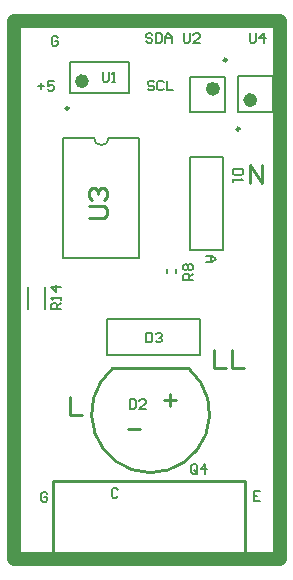
<source format=gto>
%FSLAX25Y25*%
%MOIN*%
G70*
G01*
G75*
%ADD10R,0.06890X0.10433*%
%ADD11R,0.08504X0.08898*%
%ADD12R,0.06693X0.02953*%
%ADD13R,0.08268X0.03937*%
%ADD14O,0.08268X0.03937*%
%ADD15O,0.02362X0.07087*%
%ADD16O,0.02362X0.08268*%
%ADD17R,0.03543X0.02756*%
%ADD18C,0.01000*%
%ADD19C,0.05000*%
%ADD20C,0.07000*%
%ADD21C,0.02000*%
%ADD22R,0.29000X0.24000*%
%ADD23R,0.30500X0.24000*%
%ADD24C,0.04724*%
G04:AMPARAMS|DCode=25|XSize=137.8mil|YSize=236.22mil|CornerRadius=34.45mil|HoleSize=0mil|Usage=FLASHONLY|Rotation=0.000|XOffset=0mil|YOffset=0mil|HoleType=Round|Shape=RoundedRectangle|*
%AMROUNDEDRECTD25*
21,1,0.13780,0.16732,0,0,0.0*
21,1,0.06890,0.23622,0,0,0.0*
1,1,0.06890,0.03445,-0.08366*
1,1,0.06890,-0.03445,-0.08366*
1,1,0.06890,-0.03445,0.08366*
1,1,0.06890,0.03445,0.08366*
%
%ADD25ROUNDEDRECTD25*%
G04:AMPARAMS|DCode=26|XSize=177.16mil|YSize=236.22mil|CornerRadius=44.29mil|HoleSize=0mil|Usage=FLASHONLY|Rotation=0.000|XOffset=0mil|YOffset=0mil|HoleType=Round|Shape=RoundedRectangle|*
%AMROUNDEDRECTD26*
21,1,0.17716,0.14764,0,0,0.0*
21,1,0.08858,0.23622,0,0,0.0*
1,1,0.08858,0.04429,-0.07382*
1,1,0.08858,-0.04429,-0.07382*
1,1,0.08858,-0.04429,0.07382*
1,1,0.08858,0.04429,0.07382*
%
%ADD26ROUNDEDRECTD26*%
G04:AMPARAMS|DCode=27|XSize=374.02mil|YSize=157.48mil|CornerRadius=39.37mil|HoleSize=0mil|Usage=FLASHONLY|Rotation=90.000|XOffset=0mil|YOffset=0mil|HoleType=Round|Shape=RoundedRectangle|*
%AMROUNDEDRECTD27*
21,1,0.37402,0.07874,0,0,90.0*
21,1,0.29528,0.15748,0,0,90.0*
1,1,0.07874,0.03937,0.14764*
1,1,0.07874,0.03937,-0.14764*
1,1,0.07874,-0.03937,-0.14764*
1,1,0.07874,-0.03937,0.14764*
%
%ADD27ROUNDEDRECTD27*%
G04:AMPARAMS|DCode=28|XSize=295.28mil|YSize=157.48mil|CornerRadius=39.37mil|HoleSize=0mil|Usage=FLASHONLY|Rotation=90.000|XOffset=0mil|YOffset=0mil|HoleType=Round|Shape=RoundedRectangle|*
%AMROUNDEDRECTD28*
21,1,0.29528,0.07874,0,0,90.0*
21,1,0.21654,0.15748,0,0,90.0*
1,1,0.07874,0.03937,0.10827*
1,1,0.07874,0.03937,-0.10827*
1,1,0.07874,-0.03937,-0.10827*
1,1,0.07874,-0.03937,0.10827*
%
%ADD28ROUNDEDRECTD28*%
%ADD29C,0.07874*%
%ADD30C,0.04500*%
%ADD31R,0.03150X0.03543*%
%ADD32R,0.03543X0.03150*%
%ADD33R,0.04528X0.02362*%
%ADD34R,0.02362X0.04528*%
%ADD35R,0.02756X0.03543*%
%ADD36R,0.05118X0.13189*%
%ADD37C,0.01500*%
%ADD38C,0.10000*%
%ADD39C,0.05500*%
%ADD40R,0.31000X0.24500*%
%ADD41R,0.30000X0.24000*%
%ADD42C,0.00787*%
%ADD43C,0.00984*%
%ADD44C,0.02362*%
%ADD45C,0.00600*%
D18*
X32898Y63622D02*
G03*
X58353Y63410I12602J-15123D01*
G01*
X13000Y17875D02*
Y26000D01*
Y-500D02*
Y7625D01*
Y26000D02*
X77000D01*
Y-500D02*
Y26000D01*
X13000Y7625D02*
Y17875D01*
X32898Y63622D02*
X58140D01*
X25002Y113713D02*
X30000D01*
X31000Y114712D01*
Y116712D01*
X30000Y117711D01*
X25002D01*
X26002Y119711D02*
X25002Y120710D01*
Y122710D01*
X26002Y123709D01*
X27001D01*
X28001Y122710D01*
Y121710D01*
Y122710D01*
X29001Y123709D01*
X30000D01*
X31000Y122710D01*
Y120710D01*
X30000Y119711D01*
X78500Y125500D02*
Y131498D01*
X82499Y125500D01*
Y131498D01*
X18500Y53998D02*
Y48000D01*
X22499D01*
X66500Y69644D02*
Y63646D01*
X70499D01*
X72498Y69644D02*
Y63646D01*
X76497D01*
X50000Y52999D02*
X53999D01*
X51999Y54998D02*
Y51000D01*
X38000Y43499D02*
X41999D01*
D24*
X0Y0D02*
Y179500D01*
Y0D02*
X88500D01*
X0Y179500D02*
X88500D01*
Y0D02*
Y179500D01*
D42*
X26579Y140500D02*
G03*
X31579Y140500I2500J0D01*
G01*
X58500Y103000D02*
X69500D01*
Y102999D02*
Y134000D01*
X58500D02*
X69500D01*
X58500Y103000D02*
Y134000D01*
X31000Y80000D02*
X62000D01*
X31000Y68000D02*
Y80000D01*
Y68000D02*
X62000D01*
Y80000D01*
X4547Y83260D02*
Y90740D01*
X10453Y83260D02*
Y90740D01*
X16421Y140500D02*
X26579D01*
X31579D02*
X41736D01*
Y100500D02*
Y140500D01*
X16421Y100500D02*
X41736D01*
X16421D02*
Y140500D01*
X18657Y155382D02*
X38343D01*
X18657Y165618D02*
X38343D01*
X18657Y155382D02*
Y165618D01*
X38343Y155382D02*
Y165618D01*
X58791Y148882D02*
Y160693D01*
X70209Y148882D02*
Y160693D01*
X58791Y148882D02*
X70209D01*
X58791Y160693D02*
X70209D01*
X86209Y149094D02*
Y160906D01*
X74791Y149094D02*
Y160906D01*
X86209D01*
X74791Y149094D02*
X86209D01*
X51122Y95213D02*
Y96787D01*
X53878Y95213D02*
Y96787D01*
D43*
X18146Y150264D02*
G03*
X18146Y150264I-492J0D01*
G01*
X70839Y166402D02*
G03*
X70839Y166402I-492J0D01*
G01*
X75146Y143386D02*
G03*
X75146Y143386I-492J0D01*
G01*
D44*
X23776Y159319D02*
G03*
X23776Y159319I-1181J0D01*
G01*
X67453Y156756D02*
G03*
X67453Y156756I-1181J0D01*
G01*
X79909Y153032D02*
G03*
X79909Y153032I-1181J0D01*
G01*
D45*
X78500Y175199D02*
Y172533D01*
X79033Y172000D01*
X80099D01*
X80633Y172533D01*
Y175199D01*
X83298Y172000D02*
Y175199D01*
X81699Y173600D01*
X83832D01*
X56500Y175199D02*
Y172533D01*
X57033Y172000D01*
X58100D01*
X58633Y172533D01*
Y175199D01*
X61832Y172000D02*
X59699D01*
X61832Y174133D01*
Y174666D01*
X61299Y175199D01*
X60232D01*
X59699Y174666D01*
X29500Y162199D02*
Y159533D01*
X30033Y159000D01*
X31100D01*
X31633Y159533D01*
Y162199D01*
X32699Y159000D02*
X33765D01*
X33232D01*
Y162199D01*
X32699Y161666D01*
X46133Y174666D02*
X45599Y175199D01*
X44533D01*
X44000Y174666D01*
Y174133D01*
X44533Y173600D01*
X45599D01*
X46133Y173066D01*
Y172533D01*
X45599Y172000D01*
X44533D01*
X44000Y172533D01*
X47199Y175199D02*
Y172000D01*
X48798D01*
X49332Y172533D01*
Y174666D01*
X48798Y175199D01*
X47199D01*
X50398Y172000D02*
Y174133D01*
X51464Y175199D01*
X52531Y174133D01*
Y172000D01*
Y173600D01*
X50398D01*
X46680Y158878D02*
X46147Y159412D01*
X45080D01*
X44547Y158878D01*
Y158345D01*
X45080Y157812D01*
X46147D01*
X46680Y157279D01*
Y156746D01*
X46147Y156213D01*
X45080D01*
X44547Y156746D01*
X49879Y158878D02*
X49346Y159412D01*
X48279D01*
X47746Y158878D01*
Y156746D01*
X48279Y156213D01*
X49346D01*
X49879Y156746D01*
X50945Y159412D02*
Y156213D01*
X53078D01*
X15500Y83213D02*
X12301D01*
Y84812D01*
X12834Y85345D01*
X13901D01*
X14434Y84812D01*
Y83213D01*
Y84279D02*
X15500Y85345D01*
Y86412D02*
Y87478D01*
Y86945D01*
X12301D01*
X12834Y86412D01*
X15500Y90677D02*
X12301D01*
X13901Y89077D01*
Y91210D01*
X59500Y93000D02*
X56301D01*
Y94599D01*
X56834Y95133D01*
X57901D01*
X58434Y94599D01*
Y93000D01*
Y94066D02*
X59500Y95133D01*
X56834Y96199D02*
X56301Y96732D01*
Y97799D01*
X56834Y98332D01*
X57367D01*
X57901Y97799D01*
X58434Y98332D01*
X58967D01*
X59500Y97799D01*
Y96732D01*
X58967Y96199D01*
X58434D01*
X57901Y96732D01*
X57367Y96199D01*
X56834D01*
X57901Y96732D02*
Y97799D01*
X61133Y29033D02*
Y31166D01*
X60599Y31699D01*
X59533D01*
X59000Y31166D01*
Y29033D01*
X59533Y28500D01*
X60599D01*
X60066Y29566D02*
X61133Y28500D01*
X60599D02*
X61133Y29033D01*
X63798Y28500D02*
Y31699D01*
X62199Y30099D01*
X64332D01*
X14633Y173666D02*
X14099Y174199D01*
X13033D01*
X12500Y173666D01*
Y171533D01*
X13033Y171000D01*
X14099D01*
X14633Y171533D01*
Y172599D01*
X13566D01*
X44000Y75412D02*
Y72213D01*
X45599D01*
X46133Y72746D01*
Y74878D01*
X45599Y75412D01*
X44000D01*
X47199Y74878D02*
X47732Y75412D01*
X48798D01*
X49332Y74878D01*
Y74345D01*
X48798Y73812D01*
X48265D01*
X48798D01*
X49332Y73279D01*
Y72746D01*
X48798Y72213D01*
X47732D01*
X47199Y72746D01*
X38500Y53199D02*
Y50000D01*
X40099D01*
X40633Y50533D01*
Y52666D01*
X40099Y53199D01*
X38500D01*
X43832Y50000D02*
X41699D01*
X43832Y52133D01*
Y52666D01*
X43299Y53199D01*
X42232D01*
X41699Y52666D01*
X76199Y130000D02*
X73000D01*
Y128401D01*
X73533Y127867D01*
X75666D01*
X76199Y128401D01*
Y130000D01*
X73000Y126801D02*
Y125735D01*
Y126268D01*
X76199D01*
X75666Y126801D01*
X8000Y157599D02*
X10133D01*
X9066Y158666D02*
Y156533D01*
X13332Y159199D02*
X11199D01*
Y157599D01*
X12265Y158133D01*
X12798D01*
X13332Y157599D01*
Y156533D01*
X12798Y156000D01*
X11732D01*
X11199Y156533D01*
X82133Y22699D02*
X80000D01*
Y19500D01*
X82133D01*
X80000Y21100D02*
X81066D01*
X34633Y23166D02*
X34100Y23699D01*
X33033D01*
X32500Y23166D01*
Y21033D01*
X33033Y20500D01*
X34100D01*
X34633Y21033D01*
X11133Y21666D02*
X10599Y22199D01*
X9533D01*
X9000Y21666D01*
Y19533D01*
X9533Y19000D01*
X10599D01*
X11133Y19533D01*
Y20599D01*
X10066D01*
X64000Y101000D02*
X66133D01*
X67199Y99934D01*
X66133Y98867D01*
X64000D01*
X65600D01*
Y101000D01*
M02*

</source>
